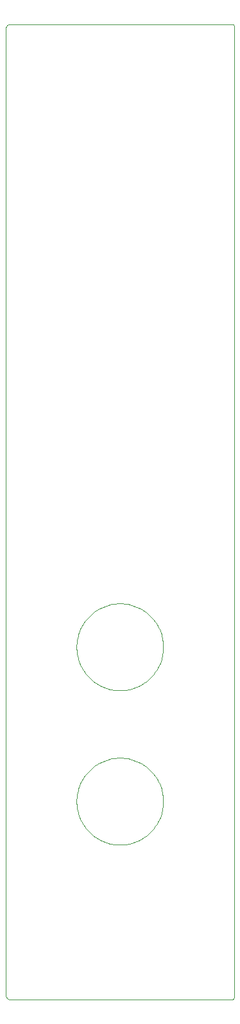
<source format=gbp>
G75*
%MOIN*%
%OFA0B0*%
%FSLAX24Y24*%
%IPPOS*%
%LPD*%
%AMOC8*
5,1,8,0,0,1.08239X$1,22.5*
%
%ADD10C,0.0000*%
D10*
X003260Y002648D02*
X003260Y052694D01*
X003262Y052724D01*
X003267Y052754D01*
X003276Y052783D01*
X003289Y052810D01*
X003304Y052836D01*
X003323Y052860D01*
X003344Y052881D01*
X003368Y052900D01*
X003394Y052915D01*
X003421Y052928D01*
X003450Y052937D01*
X003480Y052942D01*
X003510Y052944D01*
X015010Y052944D01*
X015030Y052942D01*
X015050Y052937D01*
X015068Y052928D01*
X015085Y052917D01*
X015099Y052903D01*
X015110Y052886D01*
X015119Y052868D01*
X015124Y052848D01*
X015126Y052828D01*
X015126Y002520D01*
X015124Y002500D01*
X015120Y002481D01*
X015112Y002462D01*
X015102Y002445D01*
X015089Y002430D01*
X015074Y002417D01*
X015057Y002407D01*
X015038Y002399D01*
X015019Y002395D01*
X014999Y002393D01*
X003515Y002393D01*
X003484Y002395D01*
X003454Y002400D01*
X003425Y002410D01*
X003396Y002422D01*
X003370Y002438D01*
X003346Y002457D01*
X003324Y002479D01*
X003305Y002503D01*
X003289Y002529D01*
X003277Y002558D01*
X003267Y002587D01*
X003262Y002617D01*
X003260Y002648D01*
X006943Y012669D02*
X006945Y012763D01*
X006951Y012857D01*
X006961Y012951D01*
X006975Y013044D01*
X006992Y013137D01*
X007014Y013229D01*
X007039Y013319D01*
X007068Y013409D01*
X007101Y013497D01*
X007138Y013584D01*
X007178Y013669D01*
X007221Y013753D01*
X007268Y013835D01*
X007319Y013914D01*
X007373Y013992D01*
X007430Y014067D01*
X007490Y014139D01*
X007553Y014209D01*
X007619Y014277D01*
X007687Y014341D01*
X007759Y014403D01*
X007833Y014461D01*
X007909Y014517D01*
X007987Y014569D01*
X008068Y014618D01*
X008151Y014663D01*
X008235Y014705D01*
X008321Y014743D01*
X008409Y014778D01*
X008498Y014809D01*
X008588Y014836D01*
X008679Y014860D01*
X008771Y014879D01*
X008864Y014895D01*
X008958Y014907D01*
X009052Y014915D01*
X009146Y014919D01*
X009240Y014919D01*
X009334Y014915D01*
X009428Y014907D01*
X009522Y014895D01*
X009615Y014879D01*
X009707Y014860D01*
X009798Y014836D01*
X009888Y014809D01*
X009977Y014778D01*
X010065Y014743D01*
X010151Y014705D01*
X010235Y014663D01*
X010318Y014618D01*
X010399Y014569D01*
X010477Y014517D01*
X010553Y014461D01*
X010627Y014403D01*
X010699Y014341D01*
X010767Y014277D01*
X010833Y014209D01*
X010896Y014139D01*
X010956Y014067D01*
X011013Y013992D01*
X011067Y013914D01*
X011118Y013835D01*
X011165Y013753D01*
X011208Y013669D01*
X011248Y013584D01*
X011285Y013497D01*
X011318Y013409D01*
X011347Y013319D01*
X011372Y013229D01*
X011394Y013137D01*
X011411Y013044D01*
X011425Y012951D01*
X011435Y012857D01*
X011441Y012763D01*
X011443Y012669D01*
X011441Y012575D01*
X011435Y012481D01*
X011425Y012387D01*
X011411Y012294D01*
X011394Y012201D01*
X011372Y012109D01*
X011347Y012019D01*
X011318Y011929D01*
X011285Y011841D01*
X011248Y011754D01*
X011208Y011669D01*
X011165Y011585D01*
X011118Y011503D01*
X011067Y011424D01*
X011013Y011346D01*
X010956Y011271D01*
X010896Y011199D01*
X010833Y011129D01*
X010767Y011061D01*
X010699Y010997D01*
X010627Y010935D01*
X010553Y010877D01*
X010477Y010821D01*
X010399Y010769D01*
X010318Y010720D01*
X010235Y010675D01*
X010151Y010633D01*
X010065Y010595D01*
X009977Y010560D01*
X009888Y010529D01*
X009798Y010502D01*
X009707Y010478D01*
X009615Y010459D01*
X009522Y010443D01*
X009428Y010431D01*
X009334Y010423D01*
X009240Y010419D01*
X009146Y010419D01*
X009052Y010423D01*
X008958Y010431D01*
X008864Y010443D01*
X008771Y010459D01*
X008679Y010478D01*
X008588Y010502D01*
X008498Y010529D01*
X008409Y010560D01*
X008321Y010595D01*
X008235Y010633D01*
X008151Y010675D01*
X008068Y010720D01*
X007987Y010769D01*
X007909Y010821D01*
X007833Y010877D01*
X007759Y010935D01*
X007687Y010997D01*
X007619Y011061D01*
X007553Y011129D01*
X007490Y011199D01*
X007430Y011271D01*
X007373Y011346D01*
X007319Y011424D01*
X007268Y011503D01*
X007221Y011585D01*
X007178Y011669D01*
X007138Y011754D01*
X007101Y011841D01*
X007068Y011929D01*
X007039Y012019D01*
X007014Y012109D01*
X006992Y012201D01*
X006975Y012294D01*
X006961Y012387D01*
X006951Y012481D01*
X006945Y012575D01*
X006943Y012669D01*
X006943Y020669D02*
X006945Y020763D01*
X006951Y020857D01*
X006961Y020951D01*
X006975Y021044D01*
X006992Y021137D01*
X007014Y021229D01*
X007039Y021319D01*
X007068Y021409D01*
X007101Y021497D01*
X007138Y021584D01*
X007178Y021669D01*
X007221Y021753D01*
X007268Y021835D01*
X007319Y021914D01*
X007373Y021992D01*
X007430Y022067D01*
X007490Y022139D01*
X007553Y022209D01*
X007619Y022277D01*
X007687Y022341D01*
X007759Y022403D01*
X007833Y022461D01*
X007909Y022517D01*
X007987Y022569D01*
X008068Y022618D01*
X008151Y022663D01*
X008235Y022705D01*
X008321Y022743D01*
X008409Y022778D01*
X008498Y022809D01*
X008588Y022836D01*
X008679Y022860D01*
X008771Y022879D01*
X008864Y022895D01*
X008958Y022907D01*
X009052Y022915D01*
X009146Y022919D01*
X009240Y022919D01*
X009334Y022915D01*
X009428Y022907D01*
X009522Y022895D01*
X009615Y022879D01*
X009707Y022860D01*
X009798Y022836D01*
X009888Y022809D01*
X009977Y022778D01*
X010065Y022743D01*
X010151Y022705D01*
X010235Y022663D01*
X010318Y022618D01*
X010399Y022569D01*
X010477Y022517D01*
X010553Y022461D01*
X010627Y022403D01*
X010699Y022341D01*
X010767Y022277D01*
X010833Y022209D01*
X010896Y022139D01*
X010956Y022067D01*
X011013Y021992D01*
X011067Y021914D01*
X011118Y021835D01*
X011165Y021753D01*
X011208Y021669D01*
X011248Y021584D01*
X011285Y021497D01*
X011318Y021409D01*
X011347Y021319D01*
X011372Y021229D01*
X011394Y021137D01*
X011411Y021044D01*
X011425Y020951D01*
X011435Y020857D01*
X011441Y020763D01*
X011443Y020669D01*
X011441Y020575D01*
X011435Y020481D01*
X011425Y020387D01*
X011411Y020294D01*
X011394Y020201D01*
X011372Y020109D01*
X011347Y020019D01*
X011318Y019929D01*
X011285Y019841D01*
X011248Y019754D01*
X011208Y019669D01*
X011165Y019585D01*
X011118Y019503D01*
X011067Y019424D01*
X011013Y019346D01*
X010956Y019271D01*
X010896Y019199D01*
X010833Y019129D01*
X010767Y019061D01*
X010699Y018997D01*
X010627Y018935D01*
X010553Y018877D01*
X010477Y018821D01*
X010399Y018769D01*
X010318Y018720D01*
X010235Y018675D01*
X010151Y018633D01*
X010065Y018595D01*
X009977Y018560D01*
X009888Y018529D01*
X009798Y018502D01*
X009707Y018478D01*
X009615Y018459D01*
X009522Y018443D01*
X009428Y018431D01*
X009334Y018423D01*
X009240Y018419D01*
X009146Y018419D01*
X009052Y018423D01*
X008958Y018431D01*
X008864Y018443D01*
X008771Y018459D01*
X008679Y018478D01*
X008588Y018502D01*
X008498Y018529D01*
X008409Y018560D01*
X008321Y018595D01*
X008235Y018633D01*
X008151Y018675D01*
X008068Y018720D01*
X007987Y018769D01*
X007909Y018821D01*
X007833Y018877D01*
X007759Y018935D01*
X007687Y018997D01*
X007619Y019061D01*
X007553Y019129D01*
X007490Y019199D01*
X007430Y019271D01*
X007373Y019346D01*
X007319Y019424D01*
X007268Y019503D01*
X007221Y019585D01*
X007178Y019669D01*
X007138Y019754D01*
X007101Y019841D01*
X007068Y019929D01*
X007039Y020019D01*
X007014Y020109D01*
X006992Y020201D01*
X006975Y020294D01*
X006961Y020387D01*
X006951Y020481D01*
X006945Y020575D01*
X006943Y020669D01*
M02*

</source>
